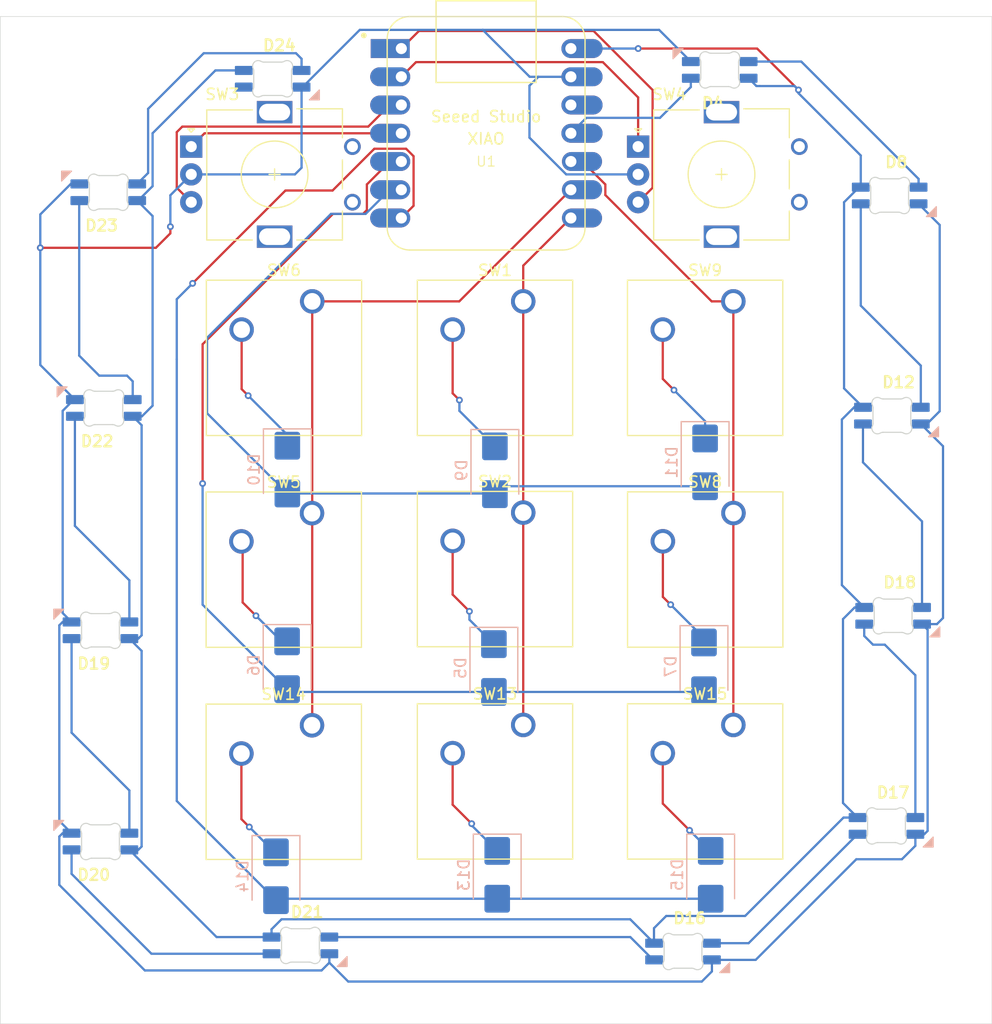
<source format=kicad_pcb>
(kicad_pcb (version 20241229) (generator "pcbnew") (generator_version "9.0")
  (layers (0 "F.Cu" signal) (2 "B.Cu" signal) (13 "F.Paste" user) (15 "B.Paste" user) (5 "F.SilkS" user "F.Silkscreen") (7 "B.SilkS" user "B.Silkscreen") (1 "F.Mask" user) (3 "B.Mask" user) (25 "Edge.Cuts" user))
  (net 0 "")
  (net 1 "Net-(U1-GPIO28{slash}ADC2{slash}A2)")
  (net 2 "Net-(D5-A)")
  (net 3 "Net-(D5-K)")
  (net 4 "Net-(D6-K)")
  (net 5 "Net-(D7-K)")
  (net 6 "Net-(U1-GPIO29{slash}ADC3{slash}A3)")
  (net 7 "Net-(D10-A)")
  (net 8 "Net-(D9-K)")
  (net 9 "Net-(D10-K)")
  (net 10 "Net-(D11-K)")
  (net 11 "Net-(U1-GPIO27{slash}ADC1{slash}A1)")
  (net 12 "Net-(D13-A)")
  (net 13 "Net-(D13-K)")
  (net 14 "Net-(D14-K)")
  (net 15 "Net-(D15-K)")
  (net 16 "Net-(U1-GPIO26{slash}ADC0{slash}A0)")
  (net 17 "Net-(U1-GPIO2{slash}SCK)")
  (net 18 "+5V")
  (net 19 "GND")
  (net 20 "Net-(U1-GPIO4{slash}MISO)")
  (net 21 "Net-(D4-DOUT)")
  (net 22 "Net-(D4-DIN)")
  (net 23 "Net-(U1-GPIO1{slash}RX)")
  (net 24 "Net-(D12-DIN)")
  (net 25 "Net-(D12-DOUT)")
  (net 26 "Net-(D16-DOUT)")
  (net 27 "Net-(D16-DIN)")
  (net 28 "Net-(D17-DIN)")
  (net 29 "Net-(D19-DIN)")
  (net 30 "Net-(D19-DOUT)")
  (net 31 "Net-(D20-DIN)")
  (net 32 "Net-(D22-DOUT)")
  (net 33 "Net-(D23-DOUT)")
  (footprint "LIB-PRETTY:SK6812MINI-E_fixed" (layer "F.Cu") (at 177.912501 96.702842)
    (property "Reference" "D17")
    (property "Value" "SK6812MINI-E")
    (fp_line (start -1.699998 0.6) (end -1.699998 -0.805684) (stroke (width 0.1)) (layer "Edge.Cuts"))
    (fp_line (start -0.794451 -1.602841) (end 0.794454 -1.602841) (stroke (width 0.1)) (layer "Edge.Cuts"))
    (fp_line (start 0.794453 1.397158) (end -0.794451 1.397158) (stroke (width 0.1)) (layer "Edge.Cuts"))
    (fp_line (start 1.7 -0.805684) (end 1.7 0.6) (stroke (width 0.1)) (layer "Edge.Cuts"))
    (fp_arc (start -1.749483 -1.022562) (mid -1.712526 -0.91691) (end -1.699998 -0.805684) (stroke (width 0.1)) (layer "Edge.Cuts"))
    (fp_arc (start -1.749483 -1.022562) (mid -1.63807 -1.606877) (end -1.04671 -1.671141) (stroke (width 0.1)) (layer "Edge.Cuts"))
    (fp_arc (start -1.699998 0.600001) (mid -1.712526 0.711226) (end -1.749483 0.816878) (stroke (width 0.1)) (layer "Edge.Cuts"))
    (fp_arc (start -1.04671 1.465455) (mid -1.638069 1.401192) (end -1.749483 0.816878) (stroke (width 0.1)) (layer "Edge.Cuts"))
    (fp_arc (start -1.046709 1.465457) (mid -0.925121 1.414535) (end -0.794451 1.397158) (stroke (width 0.1)) (layer "Edge.Cuts"))
    (fp_arc (start -0.794452 -1.602842) (mid -0.925122 -1.620219) (end -1.04671 -1.671141) (stroke (width 0.1)) (layer "Edge.Cuts"))
    (fp_arc (start 0.794453 1.397158) (mid 0.925124 1.414535) (end 1.046712 1.465457) (stroke (width 0.1)) (layer "Edge.Cuts"))
    (fp_arc (start 1.046712 -1.67114) (mid 0.925124 -1.620218) (end 0.794454 -1.602841) (stroke (width 0.1)) (layer "Edge.Cuts"))
    (fp_arc (start 1.046712 -1.67114) (mid 1.638071 -1.606876) (end 1.749485 -1.022562) (stroke (width 0.1)) (layer "Edge.Cuts"))
    (fp_arc (start 1.7 -0.805685) (mid 1.712523 -0.916913) (end 1.749485 -1.022562) (stroke (width 0.1)) (layer "Edge.Cuts"))
    (fp_arc (start 1.749485 0.816877) (mid 1.638074 1.401197) (end 1.046712 1.465457) (stroke (width 0.1)) (layer "Edge.Cuts"))
    (fp_arc (start 1.749485 0.816878) (mid 1.712528 0.711226) (end 1.7 0.6) (stroke (width 0.1)) (layer "Edge.Cuts"))
  )
  (footprint "LIB-PRETTY:SK6812MINI-E_fixed" (layer "F.Cu") (at 122.7 29.5)
    (property "Reference" "D24")
    (property "Value" "SK6812MINI-E")
    (fp_line (start -1.699998 0.6) (end -1.699998 -0.805684) (stroke (width 0.1)) (layer "Edge.Cuts"))
    (fp_line (start -0.794451 -1.602841) (end 0.794454 -1.602841) (stroke (width 0.1)) (layer "Edge.Cuts"))
    (fp_line (start 0.794453 1.397158) (end -0.794451 1.397158) (stroke (width 0.1)) (layer "Edge.Cuts"))
    (fp_line (start 1.7 -0.805684) (end 1.7 0.6) (stroke (width 0.1)) (layer "Edge.Cuts"))
    (fp_arc (start -1.749483 -1.022562) (mid -1.712526 -0.91691) (end -1.699998 -0.805684) (stroke (width 0.1)) (layer "Edge.Cuts"))
    (fp_arc (start -1.749483 -1.022562) (mid -1.63807 -1.606877) (end -1.04671 -1.671141) (stroke (width 0.1)) (layer "Edge.Cuts"))
    (fp_arc (start -1.699998 0.600001) (mid -1.712526 0.711226) (end -1.749483 0.816878) (stroke (width 0.1)) (layer "Edge.Cuts"))
    (fp_arc (start -1.04671 1.465455) (mid -1.638069 1.401192) (end -1.749483 0.816878) (stroke (width 0.1)) (layer "Edge.Cuts"))
    (fp_arc (start -1.046709 1.465457) (mid -0.925121 1.414535) (end -0.794451 1.397158) (stroke (width 0.1)) (layer "Edge.Cuts"))
    (fp_arc (start -0.794452 -1.602842) (mid -0.925122 -1.620219) (end -1.04671 -1.671141) (stroke (width 0.1)) (layer "Edge.Cuts"))
    (fp_arc (start 0.794453 1.397158) (mid 0.925124 1.414535) (end 1.046712 1.465457) (stroke (width 0.1)) (layer "Edge.Cuts"))
    (fp_arc (start 1.046712 -1.67114) (mid 0.925124 -1.620218) (end 0.794454 -1.602841) (stroke (width 0.1)) (layer "Edge.Cuts"))
    (fp_arc (start 1.046712 -1.67114) (mid 1.638071 -1.606876) (end 1.749485 -1.022562) (stroke (width 0.1)) (layer "Edge.Cuts"))
    (fp_arc (start 1.7 -0.805685) (mid 1.712523 -0.916913) (end 1.749485 -1.022562) (stroke (width 0.1)) (layer "Edge.Cuts"))
    (fp_arc (start 1.749485 0.816877) (mid 1.638074 1.401197) (end 1.046712 1.465457) (stroke (width 0.1)) (layer "Edge.Cuts"))
    (fp_arc (start 1.749485 0.816878) (mid 1.712528 0.711226) (end 1.7 0.6) (stroke (width 0.1)) (layer "Edge.Cuts"))
  )
  (footprint "Button_Switch_Keyboard:SW_Cherry_MX_1.00u_PCB" (layer "F.Cu") (at 126.24 68.47)
    (property "Reference" "SW5")
    (property "Value" "SW_Push")
  )
  (footprint "Button_Switch_Keyboard:SW_Cherry_MX_1.00u_PCB" (layer "F.Cu") (at 164.14 49.42)
    (property "Reference" "SW9")
    (property "Value" "SW_Push")
  )
  (footprint "Button_Switch_Keyboard:SW_Cherry_MX_1.00u_PCB" (layer "F.Cu") (at 126.26 49.42)
    (property "Reference" "SW6")
    (property "Value" "SW_Push")
  )
  (footprint "Button_Switch_Keyboard:SW_Cherry_MX_1.00u_PCB" (layer "F.Cu") (at 145.24 68.42)
    (property "Reference" "SW2")
    (property "Value" "SW_Push")
  )
  (footprint "LIB-PRETTY:SK6812MINI-E_fixed" (layer "F.Cu") (at 178.512501 77.802842)
    (property "Reference" "D18")
    (property "Value" "SK6812MINI-E")
    (fp_line (start -1.699998 0.6) (end -1.699998 -0.805684) (stroke (width 0.1)) (layer "Edge.Cuts"))
    (fp_line (start -0.794451 -1.602841) (end 0.794454 -1.602841) (stroke (width 0.1)) (layer "Edge.Cuts"))
    (fp_line (start 0.794453 1.397158) (end -0.794451 1.397158) (stroke (width 0.1)) (layer "Edge.Cuts"))
    (fp_line (start 1.7 -0.805684) (end 1.7 0.6) (stroke (width 0.1)) (layer "Edge.Cuts"))
    (fp_arc (start -1.749483 -1.022562) (mid -1.712526 -0.91691) (end -1.699998 -0.805684) (stroke (width 0.1)) (layer "Edge.Cuts"))
    (fp_arc (start -1.749483 -1.022562) (mid -1.63807 -1.606877) (end -1.04671 -1.671141) (stroke (width 0.1)) (layer "Edge.Cuts"))
    (fp_arc (start -1.699998 0.600001) (mid -1.712526 0.711226) (end -1.749483 0.816878) (stroke (width 0.1)) (layer "Edge.Cuts"))
    (fp_arc (start -1.04671 1.465455) (mid -1.638069 1.401192) (end -1.749483 0.816878) (stroke (width 0.1)) (layer "Edge.Cuts"))
    (fp_arc (start -1.046709 1.465457) (mid -0.925121 1.414535) (end -0.794451 1.397158) (stroke (width 0.1)) (layer "Edge.Cuts"))
    (fp_arc (start -0.794452 -1.602842) (mid -0.925122 -1.620219) (end -1.04671 -1.671141) (stroke (width 0.1)) (layer "Edge.Cuts"))
    (fp_arc (start 0.794453 1.397158) (mid 0.925124 1.414535) (end 1.046712 1.465457) (stroke (width 0.1)) (layer "Edge.Cuts"))
    (fp_arc (start 1.046712 -1.67114) (mid 0.925124 -1.620218) (end 0.794454 -1.602841) (stroke (width 0.1)) (layer "Edge.Cuts"))
    (fp_arc (start 1.046712 -1.67114) (mid 1.638071 -1.606876) (end 1.749485 -1.022562) (stroke (width 0.1)) (layer "Edge.Cuts"))
    (fp_arc (start 1.7 -0.805685) (mid 1.712523 -0.916913) (end 1.749485 -1.022562) (stroke (width 0.1)) (layer "Edge.Cuts"))
    (fp_arc (start 1.749485 0.816877) (mid 1.638074 1.401197) (end 1.046712 1.465457) (stroke (width 0.1)) (layer "Edge.Cuts"))
    (fp_arc (start 1.749485 0.816878) (mid 1.712528 0.711226) (end 1.7 0.6) (stroke (width 0.1)) (layer "Edge.Cuts"))
  )
  (footprint "LIB-PRETTY:SK6812MINI-E_fixed" (layer "F.Cu") (at 107.212501 97.902842 180)
    (property "Reference" "D20")
    (property "Value" "SK6812MINI-E")
    (fp_line (start 1.7 -0.805684) (end 1.7 0.6) (stroke (width 0.1)) (layer "Edge.Cuts"))
    (fp_line (start 0.794453 1.397158) (end -0.794451 1.397158) (stroke (width 0.1)) (layer "Edge.Cuts"))
    (fp_line (start -0.794451 -1.602841) (end 0.794454 -1.602841) (stroke (width 0.1)) (layer "Edge.Cuts"))
    (fp_line (start -1.699998 0.6) (end -1.699998 -0.805684) (stroke (width 0.1)) (layer "Edge.Cuts"))
    (fp_arc (start 1.749485 0.816878) (mid 1.712528 0.711226) (end 1.7 0.6) (stroke (width 0.1)) (layer "Edge.Cuts"))
    (fp_arc (start 1.749485 0.816877) (mid 1.638074 1.401197) (end 1.046712 1.465457) (stroke (width 0.1)) (layer "Edge.Cuts"))
    (fp_arc (start 1.7 -0.805685) (mid 1.712523 -0.916913) (end 1.749485 -1.022562) (stroke (width 0.1)) (layer "Edge.Cuts"))
    (fp_arc (start 1.046712 -1.67114) (mid 1.638071 -1.606876) (end 1.749485 -1.022562) (stroke (width 0.1)) (layer "Edge.Cuts"))
    (fp_arc (start 1.046712 -1.67114) (mid 0.925124 -1.620218) (end 0.794454 -1.602841) (stroke (width 0.1)) (layer "Edge.Cuts"))
    (fp_arc (start 0.794453 1.397158) (mid 0.925124 1.414535) (end 1.046712 1.465457) (stroke (width 0.1)) (layer "Edge.Cuts"))
    (fp_arc (start -0.794452 -1.602842) (mid -0.925122 -1.620219) (end -1.04671 -1.671141) (stroke (width 0.1)) (layer "Edge.Cuts"))
    (fp_arc (start -1.046709 1.465457) (mid -0.925121 1.414535) (end -0.794451 1.397158) (stroke (width 0.1)) (layer "Edge.Cuts"))
    (fp_arc (start -1.04671 1.465455) (mid -1.638069 1.401192) (end -1.749483 0.816878) (stroke (width 0.1)) (layer "Edge.Cuts"))
    (fp_arc (start -1.699998 0.600001) (mid -1.712526 0.711226) (end -1.749483 0.816878) (stroke (width 0.1)) (layer "Edge.Cuts"))
    (fp_arc (start -1.749483 -1.022562) (mid -1.63807 -1.606877) (end -1.04671 -1.671141) (stroke (width 0.1)) (layer "Edge.Cuts"))
    (fp_arc (start -1.749483 -1.022562) (mid -1.712526 -0.91691) (end -1.699998 -0.805684) (stroke (width 0.1)) (layer "Edge.Cuts"))
  )
  (footprint "Rotary_Encoder:RotaryEncoder_Alps_EC11E_Vertical_H20mm" (layer "F.Cu") (at 155.575 35.5)
    (property "Reference" "SW4")
    (property "Value" "RotaryEncoder")
  )
  (footprint "Button_Switch_Keyboard:SW_Cherry_MX_1.00u_PCB" (layer "F.Cu") (at 145.24 87.52)
    (property "Reference" "SW13")
    (property "Value" "SW_Push")
  )
  (footprint "Button_Switch_Keyboard:SW_Cherry_MX_1.00u_PCB" (layer "F.Cu") (at 145.24 49.42)
    (property "Reference" "SW1")
    (property "Value" "SW_Push")
  )
  (footprint "LIB-PRETTY:SK6812MINI-E_fixed" (layer "F.Cu") (at 178.2 40)
    (property "Reference" "D8")
    (property "Value" "SK6812MINI-E")
    (fp_line (start -1.699998 0.6) (end -1.699998 -0.805684) (stroke (width 0.1)) (layer "Edge.Cuts"))
    (fp_line (start -0.794451 -1.602841) (end 0.794454 -1.602841) (stroke (width 0.1)) (layer "Edge.Cuts"))
    (fp_line (start 0.794453 1.397158) (end -0.794451 1.397158) (stroke (width 0.1)) (layer "Edge.Cuts"))
    (fp_line (start 1.7 -0.805684) (end 1.7 0.6) (stroke (width 0.1)) (layer "Edge.Cuts"))
    (fp_arc (start -1.749483 -1.022562) (mid -1.712526 -0.91691) (end -1.699998 -0.805684) (stroke (width 0.1)) (layer "Edge.Cuts"))
    (fp_arc (start -1.749483 -1.022562) (mid -1.63807 -1.606877) (end -1.04671 -1.671141) (stroke (width 0.1)) (layer "Edge.Cuts"))
    (fp_arc (start -1.699998 0.600001) (mid -1.712526 0.711226) (end -1.749483 0.816878) (stroke (width 0.1)) (layer "Edge.Cuts"))
    (fp_arc (start -1.04671 1.465455) (mid -1.638069 1.401192) (end -1.749483 0.816878) (stroke (width 0.1)) (layer "Edge.Cuts"))
    (fp_arc (start -1.046709 1.465457) (mid -0.925121 1.414535) (end -0.794451 1.397158) (stroke (width 0.1)) (layer "Edge.Cuts"))
    (fp_arc (start -0.794452 -1.602842) (mid -0.925122 -1.620219) (end -1.04671 -1.671141) (stroke (width 0.1)) (layer "Edge.Cuts"))
    (fp_arc (start 0.794453 1.397158) (mid 0.925124 1.414535) (end 1.046712 1.465457) (stroke (width 0.1)) (layer "Edge.Cuts"))
    (fp_arc (start 1.046712 -1.67114) (mid 0.925124 -1.620218) (end 0.794454 -1.602841) (stroke (width 0.1)) (layer "Edge.Cuts"))
    (fp_arc (start 1.046712 -1.67114) (mid 1.638071 -1.606876) (end 1.749485 -1.022562) (stroke (width 0.1)) (layer "Edge.Cuts"))
    (fp_arc (start 1.7 -0.805685) (mid 1.712523 -0.916913) (end 1.749485 -1.022562) (stroke (width 0.1)) (layer "Edge.Cuts"))
    (fp_arc (start 1.749485 0.816877) (mid 1.638074 1.401197) (end 1.046712 1.465457) (stroke (width 0.1)) (layer "Edge.Cuts"))
    (fp_arc (start 1.749485 0.816878) (mid 1.712528 0.711226) (end 1.7 0.6) (stroke (width 0.1)) (layer "Edge.Cuts"))
  )
  (footprint "LIB-PRETTY:SK6812MINI-E_fixed" (layer "F.Cu") (at 159.612501 108.002842)
    (property "Reference" "D16")
    (property "Value" "SK6812MINI-E")
    (fp_line (start -1.699998 0.6) (end -1.699998 -0.805684) (stroke (width 0.1)) (layer "Edge.Cuts"))
    (fp_line (start -0.794451 -1.602841) (end 0.794454 -1.602841) (stroke (width 0.1)) (layer "Edge.Cuts"))
    (fp_line (start 0.794453 1.397158) (end -0.794451 1.397158) (stroke (width 0.1)) (layer "Edge.Cuts"))
    (fp_line (start 1.7 -0.805684) (end 1.7 0.6) (stroke (width 0.1)) (layer "Edge.Cuts"))
    (fp_arc (start -1.749483 -1.022562) (mid -1.712526 -0.91691) (end -1.699998 -0.805684) (stroke (width 0.1)) (layer "Edge.Cuts"))
    (fp_arc (start -1.749483 -1.022562) (mid -1.63807 -1.606877) (end -1.04671 -1.671141) (stroke (width 0.1)) (layer "Edge.Cuts"))
    (fp_arc (start -1.699998 0.600001) (mid -1.712526 0.711226) (end -1.749483 0.816878) (stroke (width 0.1)) (layer "Edge.Cuts"))
    (fp_arc (start -1.04671 1.465455) (mid -1.638069 1.401192) (end -1.749483 0.816878) (stroke (width 0.1)) (layer "Edge.Cuts"))
    (fp_arc (start -1.046709 1.465457) (mid -0.925121 1.414535) (end -0.794451 1.397158) (stroke (width 0.1)) (layer "Edge.Cuts"))
    (fp_arc (start -0.794452 -1.602842) (mid -0.925122 -1.620219) (end -1.04671 -1.671141) (stroke (width 0.1)) (layer "Edge.Cuts"))
    (fp_arc (start 0.794453 1.397158) (mid 0.925124 1.414535) (end 1.046712 1.465457) (stroke (width 0.1)) (layer "Edge.Cuts"))
    (fp_arc (start 1.046712 -1.67114) (mid 0.925124 -1.620218) (end 0.794454 -1.602841) (stroke (width 0.1)) (layer "Edge.Cuts"))
    (fp_arc (start 1.046712 -1.67114) (mid 1.638071 -1.606876) (end 1.749485 -1.022562) (stroke (width 0.1)) (layer "Edge.Cuts"))
    (fp_arc (start 1.7 -0.805685) (mid 1.712523 -0.916913) (end 1.749485 -1.022562) (stroke (width 0.1)) (layer "Edge.Cuts"))
    (fp_arc (start 1.749485 0.816877) (mid 1.638074 1.401197) (end 1.046712 1.465457) (stroke (width 0.1)) (layer "Edge.Cuts"))
    (fp_arc (start 1.749485 0.816878) (mid 1.712528 0.711226) (end 1.7 0.6) (stroke (width 0.1)) (layer "Edge.Cuts"))
  )
  (footprint "LIB-PRETTY:SK6812MINI-E_fixed" (layer "F.Cu") (at 107.212501 78.902842 180)
    (property "Reference" "D19")
    (property "Value" "SK6812MINI-E")
    (fp_line (start 1.7 -0.805684) (end 1.7 0.6) (stroke (width 0.1)) (layer "Edge.Cuts"))
    (fp_line (start 0.794453 1.397158) (end -0.794451 1.397158) (stroke (width 0.1)) (layer "Edge.Cuts"))
    (fp_line (start -0.794451 -1.602841) (end 0.794454 -1.602841) (stroke (width 0.1)) (layer "Edge.Cuts"))
    (fp_line (start -1.699998 0.6) (end -1.699998 -0.805684) (stroke (width 0.1)) (layer "Edge.Cuts"))
    (fp_arc (start 1.749485 0.816878) (mid 1.712528 0.711226) (end 1.7 0.6) (stroke (width 0.1)) (layer "Edge.Cuts"))
    (fp_arc (start 1.749485 0.816877) (mid 1.638074 1.401197) (end 1.046712 1.465457) (stroke (width 0.1)) (layer "Edge.Cuts"))
    (fp_arc (start 1.7 -0.805685) (mid 1.712523 -0.916913) (end 1.749485 -1.022562) (stroke (width 0.1)) (layer "Edge.Cuts"))
    (fp_arc (start 1.046712 -1.67114) (mid 1.638071 -1.606876) (end 1.749485 -1.022562) (stroke (width 0.1)) (layer "Edge.Cuts"))
    (fp_arc (start 1.046712 -1.67114) (mid 0.925124 -1.620218) (end 0.794454 -1.602841) (stroke (width 0.1)) (layer "Edge.Cuts"))
    (fp_arc (start 0.794453 1.397158) (mid 0.925124 1.414535) (end 1.046712 1.465457) (stroke (width 0.1)) (layer "Edge.Cuts"))
    (fp_arc (start -0.794452 -1.602842) (mid -0.925122 -1.620219) (end -1.04671 -1.671141) (stroke (width 0.1)) (layer "Edge.Cuts"))
    (fp_arc (start -1.046709 1.465457) (mid -0.925121 1.414535) (end -0.794451 1.397158) (stroke (width 0.1)) (layer "Edge.Cuts"))
    (fp_arc (start -1.04671 1.465455) (mid -1.638069 1.401192) (end -1.749483 0.816878) (stroke (width 0.1)) (layer "Edge.Cuts"))
    (fp_arc (start -1.699998 0.600001) (mid -1.712526 0.711226) (end -1.749483 0.816878) (stroke (width 0.1)) (layer "Edge.Cuts"))
    (fp_arc (start -1.749483 -1.022562) (mid -1.63807 -1.606877) (end -1.04671 -1.671141) (stroke (width 0.1)) (layer "Edge.Cuts"))
    (fp_arc (start -1.749483 -1.022562) (mid -1.712526 -0.91691) (end -1.699998 -0.805684) (stroke (width 0.1)) (layer "Edge.Cuts"))
  )
  (footprint "Button_Switch_Keyboard:SW_Cherry_MX_1.00u_PCB" (layer "F.Cu") (at 164.14 87.52)
    (property "Reference" "SW15")
    (property "Value" "SW_Push")
  )
  (footprint "Button_Switch_Keyboard:SW_Cherry_MX_1.00u_PCB" (layer "F.Cu") (at 126.24 87.55)
    (property "Reference" "SW14")
    (property "Value" "SW_Push")
  )
  (footprint "Button_Switch_Keyboard:SW_Cherry_MX_1.00u_PCB" (layer "F.Cu") (at 164.15 68.46)
    (property "Reference" "SW8")
    (property "Value" "SW_Push")
  )
  (footprint "LIB-PRETTY:SK6812MINI-E_fixed" (layer "F.Cu") (at 162.912501 28.497158 180)
    (property "Reference" "D4")
    (property "Value" "SK6812MINI-E")
    (fp_line (start 1.7 -0.805684) (end 1.7 0.6) (stroke (width 0.1)) (layer "Edge.Cuts"))
    (fp_line (start 0.794453 1.397158) (end -0.794451 1.397158) (stroke (width 0.1)) (layer "Edge.Cuts"))
    (fp_line (start -0.794451 -1.602841) (end 0.794454 -1.602841) (stroke (width 0.1)) (layer "Edge.Cuts"))
    (fp_line (start -1.699998 0.6) (end -1.699998 -0.805684) (stroke (width 0.1)) (layer "Edge.Cuts"))
    (fp_arc (start 1.749485 0.816878) (mid 1.712528 0.711226) (end 1.7 0.6) (stroke (width 0.1)) (layer "Edge.Cuts"))
    (fp_arc (start 1.749485 0.816877) (mid 1.638074 1.401197) (end 1.046712 1.465457) (stroke (width 0.1)) (layer "Edge.Cuts"))
    (fp_arc (start 1.7 -0.805685) (mid 1.712523 -0.916913) (end 1.749485 -1.022562) (stroke (width 0.1)) (layer "Edge.Cuts"))
    (fp_arc (start 1.046712 -1.67114) (mid 1.638071 -1.606876) (end 1.749485 -1.022562) (stroke (width 0.1)) (layer "Edge.Cuts"))
    (fp_arc (start 1.046712 -1.67114) (mid 0.925124 -1.620218) (end 0.794454 -1.602841) (stroke (width 0.1)) (layer "Edge.Cuts"))
    (fp_arc (start 0.794453 1.397158) (mid 0.925124 1.414535) (end 1.046712 1.465457) (stroke (width 0.1)) (layer "Edge.Cuts"))
    (fp_arc (start -0.794452 -1.602842) (mid -0.925122 -1.620219) (end -1.04671 -1.671141) (stroke (width 0.1)) (layer "Edge.Cuts"))
    (fp_arc (start -1.046709 1.465457) (mid -0.925121 1.414535) (end -0.794451 1.397158) (stroke (width 0.1)) (layer "Edge.Cuts"))
    (fp_arc (start -1.04671 1.465455) (mid -1.638069 1.401192) (end -1.749483 0.816878) (stroke (width 0.1)) (layer "Edge.Cuts"))
    (fp_arc (start -1.699998 0.600001) (mid -1.712526 0.711226) (end -1.749483 0.816878) (stroke (width 0.1)) (layer "Edge.Cuts"))
    (fp_arc (start -1.749483 -1.022562) (mid -1.63807 -1.606877) (end -1.04671 -1.671141) (stroke (width 0.1)) (layer "Edge.Cuts"))
    (fp_arc (start -1.749483 -1.022562) (mid -1.712526 -0.91691) (end -1.699998 -0.805684) (stroke (width 0.1)) (layer "Edge.Cuts"))
  )
  (footprint "LIB-PRETTY:SK6812MINI-E_fixed" (layer "F.Cu") (at 107.512501 58.902842 180)
    (property "Reference" "D22")
    (property "Value" "SK6812MINI-E")
    (fp_line (start 1.7 -0.805684) (end 1.7 0.6) (stroke (width 0.1)) (layer "Edge.Cuts"))
    (fp_line (start 0.794453 1.397158) (end -0.794451 1.397158) (stroke (width 0.1)) (layer "Edge.Cuts"))
    (fp_line (start -0.794451 -1.602841) (end 0.794454 -1.602841) (stroke (width 0.1)) (layer "Edge.Cuts"))
    (fp_line (start -1.699998 0.6) (end -1.699998 -0.805684) (stroke (width 0.1)) (layer "Edge.Cuts"))
    (fp_arc (start 1.749485 0.816878) (mid 1.712528 0.711226) (end 1.7 0.6) (stroke (width 0.1)) (layer "Edge.Cuts"))
    (fp_arc (start 1.749485 0.816877) (mid 1.638074 1.401197) (end 1.046712 1.465457) (stroke (width 0.1)) (layer "Edge.Cuts"))
    (fp_arc (start 1.7 -0.805685) (mid 1.712523 -0.916913) (end 1.749485 -1.022562) (stroke (width 0.1)) (layer "Edge.Cuts"))
    (fp_arc (start 1.046712 -1.67114) (mid 1.638071 -1.606876) (end 1.749485 -1.022562) (stroke (width 0.1)) (layer "Edge.Cuts"))
    (fp_arc (start 1.046712 -1.67114) (mid 0.925124 -1.620218) (end 0.794454 -1.602841) (stroke (width 0.1)) (layer "Edge.Cuts"))
    (fp_arc (start 0.794453 1.397158) (mid 0.925124 1.414535) (end 1.046712 1.465457) (stroke (width 0.1)) (layer "Edge.Cuts"))
    (fp_arc (start -0.794452 -1.602842) (mid -0.925122 -1.620219) (end -1.04671 -1.671141) (stroke (width 0.1)) (layer "Edge.Cuts"))
    (fp_arc (start -1.046709 1.465457) (mid -0.925121 1.414535) (end -0.794451 1.397158) (stroke (width 0.1)) (layer "Edge.Cuts"))
    (fp_arc (start -1.04671 1.465455) (mid -1.638069 1.401192) (end -1.749483 0.816878) (stroke (width 0.1)) (layer "Edge.Cuts"))
    (fp_arc (start -1.699998 0.600001) (mid -1.712526 0.711226) (end -1.749483 0.816878) (stroke (width 0.1)) (layer "Edge.Cuts"))
    (fp_arc (start -1.749483 -1.022562) (mid -1.63807 -1.606877) (end -1.04671 -1.671141) (stroke (width 0.1)) (layer "Edge.Cuts"))
    (fp_arc (start -1.749483 -1.022562) (mid -1.712526 -0.91691) (end -1.699998 -0.805684) (stroke (width 0.1)) (layer "Edge.Cuts"))
  )
  (footprint "LIB-PRETTY:SK6812MINI-E_fixed" (layer "F.Cu") (at 178.4 59.8)
    (property "Reference" "D12")
    (property "Value" "SK6812MINI-E")
    (fp_line (start -1.699998 0.6) (end -1.699998 -0.805684) (stroke (width 0.1)) (layer "Edge.Cuts"))
    (fp_line (start -0.794451 -1.602841) (end 0.794454 -1.602841) (stroke (width 0.1)) (layer "Edge.Cuts"))
    (fp_line (start 0.794453 1.397158) (end -0.794451 1.397158) (stroke (width 0.1)) (layer "Edge.Cuts"))
    (fp_line (start 1.7 -0.805684) (end 1.7 0.6) (stroke (width 0.1)) (layer "Edge.Cuts"))
    (fp_arc (start -1.749483 -1.022562) (mid -1.712526 -0.91691) (end -1.699998 -0.805684) (stroke (width 0.1)) (layer "Edge.Cuts"))
    (fp_arc (start -1.749483 -1.022562) (mid -1.63807 -1.606877) (end -1.04671 -1.671141) (stroke (width 0.1)) (layer "Edge.Cuts"))
    (fp_arc (start -1.699998 0.600001) (mid -1.712526 0.711226) (end -1.749483 0.816878) (stroke (width 0.1)) (layer "Edge.Cuts"))
    (fp_arc (start -1.04671 1.465455) (mid -1.638069 1.401192) (end -1.749483 0.816878) (stroke (width 0.1)) (layer "Edge.Cuts"))
    (fp_arc (start -1.046709 1.465457) (mid -0.925121 1.414535) (end -0.794451 1.397158) (stroke (width 0.1)) (layer "Edge.Cuts"))
    (fp_arc (start -0.794452 -1.602842) (mid -0.925122 -1.620219) (end -1.04671 -1.671141) (stroke (width 0.1)) (layer "Edge.Cuts"))
    (fp_arc (start 0.794453 1.397158) (mid 0.925124 1.414535) (end 1.046712 1.465457) (stroke (width 0.1)) (layer "Edge.Cuts"))
    (fp_arc (start 1.046712 -1.67114) (mid 0.925124 -1.620218) (end 0.794454 -1.602841) (stroke (width 0.1)) (layer "Edge.Cuts"))
    (fp_arc (start 1.046712 -1.67114) (mid 1.638071 -1.606876) (end 1.749485 -1.022562) (stroke (width 0.1)) (layer "Edge.Cuts"))
    (fp_arc (start 1.7 -0.805685) (mid 1.712523 -0.916913) (end 1.749485 -1.022562) (stroke (width 0.1)) (layer "Edge.Cuts"))
    (fp_arc (start 1.749485 0.816877) (mid 1.638074 1.401197) (end 1.046712 1.465457) (stroke (width 0.1)) (layer "Edge.Cuts"))
    (fp_arc (start 1.749485 0.816878) (mid 1.712528 0.711226) (end 1.7 0.6) (stroke (width 0.1)) (layer "Edge.Cuts"))
  )
  (footprint "LIB-PRETTY:XIAO-Generic-Hybrid-14P-2.54-21X17.8MM" (layer "F.Cu") (at 141.9 34.3)
    (property "Reference" "U1")
    (property "Value" "XIAO-RP2040-DIP" (hide yes))
  )
  (footprint "Rotary_Encoder:RotaryEncoder_Alps_EC11E_Vertical_H20mm" (layer "F.Cu") (at 115.375 35.5)
    (property "Reference" "SW3")
    (property "Value" "RotaryEncoder")
  )
  (footprint "LIB-PRETTY:SK6812MINI-E_fixed" (layer "F.Cu") (at 125.200001 107.452842)
    (property "Reference" "D21")
    (property "Value" "SK6812MINI-E")
    (fp_line (start -1.699998 0.6) (end -1.699998 -0.805684) (stroke (width 0.1)) (layer "Edge.Cuts"))
    (fp_line (start -0.794451 -1.602841) (end 0.794454 -1.602841) (stroke (width 0.1)) (layer "Edge.Cuts"))
    (fp_line (start 0.794453 1.397158) (end -0.794451 1.397158) (stroke (width 0.1)) (layer "Edge.Cuts"))
    (fp_line (start 1.7 -0.805684) (end 1.7 0.6) (stroke (width 0.1)) (layer "Edge.Cuts"))
    (fp_arc (start -1.749483 -1.022562) (mid -1.712526 -0.91691) (end -1.699998 -0.805684) (stroke (width 0.1)) (layer "Edge.Cuts"))
    (fp_arc (start -1.749483 -1.022562) (mid -1.63807 -1.606877) (end -1.04671 -1.671141) (stroke (width 0.1)) (layer "Edge.Cuts"))
    (fp_arc (start -1.699998 0.600001) (mid -1.712526 0.711226) (end -1.749483 0.816878) (stroke (width 0.1)) (layer "Edge.Cuts"))
    (fp_arc (start -1.04671 1.465455) (mid -1.638069 1.401192) (end -1.749483 0.816878) (stroke (width 0.1)) (layer "Edge.Cuts"))
    (fp_arc (start -1.046709 1.465457) (mid -0.925121 1.414535) (end -0.794451 1.397158) (stroke (width 0.1)) (layer "Edge.Cuts"))
    (fp_arc (start -0.794452 -1.602842) (mid -0.925122 -1.620219) (end -1.04671 -1.671141) (stroke (width 0.1)) (layer "Edge.Cuts"))
    (fp_arc (start 0.794453 1.397158) (mid 0.925124 1.414535) (end 1.046712 1.465457) (stroke (width 0.1)) (layer "Edge.Cuts"))
    (fp_arc (start 1.046712 -1.67114) (mid 0.925124 -1.620218) (end 0.794454 -1.602841) (stroke (width 0.1)) (layer "Edge.Cuts"))
    (fp_arc (start 1.046712 -1.67114) (mid 1.638071 -1.606876) (end 1.749485 -1.022562) (stroke (width 0.1)) (layer "Edge.Cuts"))
    (fp_arc (start 1.7 -0.805685) (mid 1.712523 -0.916913) (end 1.749485 -1.022562) (stroke (width 0.1)) (layer "Edge.Cuts"))
    (fp_arc (start 1.749485 0.816877) (mid 1.638074 1.401197) (end 1.046712 1.465457) (stroke (width 0.1)) (layer "Edge.Cuts"))
    (fp_arc (start 1.749485 0.816878) (mid 1.712528 0.711226) (end 1.7 0.6) (stroke (width 0.1)) (layer "Edge.Cuts"))
  )
  (footprint "LIB-PRETTY:SK6812MINI-E_fixed" (layer "F.Cu") (at 107.912501 39.502842 180)
    (property "Reference" "D23")
    (property "Value" "SK6812MINI-E")
    (fp_line (start 1.7 -0.805684) (end 1.7 0.6) (stroke (width 0.1)) (layer "Edge.Cuts"))
    (fp_line (start 0.794453 1.397158) (end -0.794451 1.397158) (stroke (width 0.1)) (layer "Edge.Cuts"))
    (fp_line (start -0.794451 -1.602841) (end 0.794454 -1.602841) (stroke (width 0.1)) (layer "Edge.Cuts"))
    (fp_line (start -1.699998 0.6) (end -1.699998 -0.805684) (stroke (width 0.1)) (layer "Edge.Cuts"))
    (fp_arc (start 1.749485 0.816878) (mid 1.712528 0.711226) (end 1.7 0.6) (stroke (width 0.1)) (layer "Edge.Cuts"))
    (fp_arc (start 1.749485 0.816877) (mid 1.638074 1.401197) (end 1.046712 1.465457) (stroke (width 0.1)) (layer "Edge.Cuts"))
    (fp_arc (start 1.7 -0.805685) (mid 1.712523 -0.916913) (end 1.749485 -1.022562) (stroke (width 0.1)) (layer "Edge.Cuts"))
    (fp_arc (start 1.046712 -1.67114) (mid 1.638071 -1.606876) (end 1.749485 -1.022562) (stroke (width 0.1)) (layer "Edge.Cuts"))
    (fp_arc (start 1.046712 -1.67114) (mid 0.925124 -1.620218) (end 0.794454 -1.602841) (stroke (width 0.1)) (layer "Edge.Cuts"))
    (fp_arc (start 0.794453 1.397158) (mid 0.925124 1.414535) (end 1.046712 1.465457) (stroke (width 0.1)) (layer "Edge.Cuts"))
    (fp_arc (start -0.794452 -1.602842) (mid -0.925122 -1.620219) (end -1.04671 -1.671141) (stroke (width 0.1)) (layer "Edge.Cuts"))
    (fp_arc (start -1.046709 1.465457) (mid -0.925121 1.414535) (end -0.794451 1.397158) (stroke (width 0.1)) (layer "Edge.Cuts"))
    (fp_arc (start -1.04671 1.465455) (mid -1.638069 1.401192) (end -1.749483 0.816878) (stroke (width 0.1)) (layer "Edge.Cuts"))
    (fp_arc (start -1.699998 0.600001) (mid -1.712526 0.711226) (end -1.749483 0.816878) (stroke (width 0.1)) (layer "Edge.Cuts"))
    (fp_arc (start -1.749483 -1.022562) (mid -1.63807 -1.606877) (end -1.04671 -1.671141) (stroke (width 0.1)) (layer "Edge.Cuts"))
    (fp_arc (start -1.749483 -1.022562) (mid -1.712526 -0.91691) (end -1.699998 -0.805684) (stroke (width 0.1)) (layer "Edge.Cuts"))
  )
  (footprint "Diode_SMD:D_SMB" (layer "B.Cu") (at 123 101.13 -90)
    (property "Reference" "D14")
    (property "Value" "S2JTR")
  )
  (footprint "Diode_SMD:D_SMB" (layer "B.Cu") (at 161.5 82.25 -90)
    (property "Reference" "D7")
    (property "Value" "S2JTR")
  )
  (footprint "Diode_SMD:D_SMB" (layer "B.Cu") (at 124 82.15 -90)
    (property "Reference" "D6")
    (property "Value" "S2JTR")
  )
  (footprint "Diode_SMD:D_SMB" (layer "B.Cu") (at 142.6 82.4 -90)
    (property "Reference" "D5")
    (property "Value" "S2JTR")
  )
  (footprint "Diode_SMD:D_SMB" (layer "B.Cu") (at 124.02 64.55 -90)
    (property "Reference" "D10")
    (property "Value" "S2JTR")
  )
  (footprint "Diode_SMD:D_SMB" (layer "B.Cu") (at 161.6 63.9 -90)
    (property "Reference" "D11")
    (property "Value" "S2JTR")
  )
  (footprint "Diode_SMD:D_SMB" (layer "B.Cu") (at 162.1 101 -90)
    (property "Reference" "D15")
    (property "Value" "S2JTR")
  )
  (footprint "Diode_SMD:D_SMB" (layer "B.Cu") (at 142.69 64.61 -90)
    (property "Reference" "D9")
    (property "Value" "S2JTR")
  )
  (footprint "Diode_SMD:D_SMB" (layer "B.Cu") (at 142.9 101 -90)
    (property "Reference" "D13")
    (property "Value" "S2JTR")
  )
  (gr_rect (start 98.2 23.8) (end 187.4 114.4) (stroke (width 0.05)) (fill no) (layer "Edge.Cuts"))
  (segment (start 114.572 33.701) (end 131.29624 33.701) (width 0.2) (layer "F.Cu") (net 1))
  (segment (start 133.23724 31.76) (end 134.275 31.76) (width 0.2) (layer "F.Cu") (net 1))
  (segment (start 115.375 40.5) (end 114.074 39.199) (width 0.2) (layer "F.Cu") (net 1))
  (segment (start 131.29624 33.701) (end 133.23724 31.76) (width 0.2) (layer "F.Cu") (net 1))
  (segment (start 114.074 34.199) (end 114.572 33.701) (width 0.2) (layer "F.Cu") (net 1))
  (segment (start 114.074 39.199) (end 114.074 34.199) (width 0.2) (layer "F.Cu") (net 1))
  (segment (start 131.174 38.90324) (end 133.23724 36.84) (width 0.2) (layer "F.Cu") (net 2))
  (segment (start 116.4 53.277) (end 128.126 41.551) (width 0.2) (layer "F.Cu") (net 2))
  (segment (start 133.23724 36.84) (end 134.275 36.84) (width 0.2) (layer "F.Cu") (net 2))
  (segment (start 116.4 65.8) (end 116.4 53.277) (width 0.2) (layer "F.Cu") (net 2))
  (segment (start 130.82824 41.551) (end 131.174 41.20524) (width 0.2) (layer "F.Cu") (net 2))
  (segment (start 128.126 41.551) (end 130.82824 41.551) (width 0.2) (layer "F.Cu") (net 2))
  (segment (start 131.174 41.20524) (end 131.174 38.90324) (width 0.2) (layer "F.Cu") (net 2))
  (via (at 116.4 65.8) (size 0.6) (drill 0.3) (layers "F.Cu" "B.Cu") (net 2))
  (segment (start 124.25 84.55) (end 124 84.3) (width 0.2) (layer "B.Cu") (net 2))
  (segment (start 142.6 84.55) (end 161.35 84.55) (width 0.2) (layer "B.Cu") (net 2))
  (segment (start 161.35 84.55) (end 161.5 84.4) (width 0.2) (layer "B.Cu") (net 2))
  (segment (start 116.399 65.801) (end 116.4 65.8) (width 0.2) (layer "B.Cu") (net 2))
  (segment (start 124 84.3) (end 116.399 76.699) (width 0.2) (layer "B.Cu") (net 2))
  (segment (start 142.6 84.55) (end 124.25 84.55) (width 0.2) (layer "B.Cu") (net 2))
  (segment (start 116.399 76.699) (end 116.399 65.801) (width 0.2) (layer "B.Cu") (net 2))
  (segment (start 138.89 70.96) (end 138.89 75.79) (width 0.2) (layer "F.Cu") (net 3))
  (segment (start 138.89 75.79) (end 140.4 77.3) (width 0.2) (layer "F.Cu") (net 3))
  (via (at 140.4 77.3) (size 0.6) (drill 0.3) (layers "F.Cu" "B.Cu") (net 3))
  (segment (start 140.4 78.05) (end 142.6 80.25) (width 0.2) (layer "B.Cu") (net 3))
  (segment (start 140.4 77.3) (end 140.4 78.05) (width 0.2) (layer "B.Cu") (net 3))
  (segment (start 120 76.5) (end 121.2 77.7) (width 0.2) (layer "F.Cu") (net 4))
  (segment (start 119.89 71.01) (end 119.89 70.81) (width 0.2) (layer "F.Cu") (net 4))
  (segment (start 119.89 70.81) (end 120 70.7) (width 0.2) (layer "F.Cu") (net 4))
  (segment (start 120 70.7) (end 120 76.5) (width 0.2) (layer "F.Cu") (net 4))
  (via (at 121.2 77.7) (size 0.6) (drill 0.3) (layers "F.Cu" "B.Cu") (net 4))
  (segment (start 123.5 80) (end 124 80) (width 0.2) (layer "B.Cu") (net 4))
  (segment (start 121.2 77.7) (end 123.5 80) (width 0.2) (layer "B.Cu") (net 4))
  (segment (start 157.8 76) (end 158.5 76.7) (width 0.2) (layer "F.Cu") (net 5))
  (segment (start 157.8 71) (end 157.8 76) (width 0.2) (layer "F.Cu") (net 5))
  (via (at 158.5 76.7) (size 0.6) (drill 0.3) (layers "F.Cu" "B.Cu") (net 5))
  (segment (start 161.5 79.7) (end 161.5 80.1) (width 0.2) (layer "B.Cu") (net 5))
  (segment (start 158.5 76.7) (end 161.5 79.7) (width 0.2) (layer "B.Cu") (net 5))
  (segment (start 116.575 34.3) (end 134.275 34.3) (width 0.2) (layer "F.Cu") (net 6))
  (segment (start 115.375 35.5) (end 116.575 34.3) (width 0.2) (layer "F.Cu") (net 6))
  (segment (start 133.23724 39.38) (end 134.275 39.38) (width 0.2) (layer "B.Cu") (net 7))
  (segment (start 124.02 66.7) (end 116.8 59.48) (width 0.2) (layer "B.Cu") (net 7))
  (segment (start 161.6 66.05) (end 143.4 66.05) (width 0.2) (layer "B.Cu") (net 7))
  (segment (start 131.06624 41.551) (end 133.23724 39.38) (width 0.2) (layer "B.Cu") (net 7))
  (segment (start 127.949 41.551) (end 131.06624 41.551) (width 0.2) (layer "B.Cu") (net 7))
  (segment (start 143.4 66.05) (end 142.69 66.76) (width 0.2) (layer "B.Cu") (net 7))
  (segment (start 116.8 52.7) (end 127.949 41.551) (width 0.2) (layer "B.Cu") (net 7))
  (segment (start 142.63 66.7) (end 142.69 66.76) (width 0.2) (layer "B.Cu") (net 7))
  (segment (start 124.02 66.7) (end 142.63 66.7) (width 0.2) (layer "B.Cu") (net 7))
  (segment (start 116.8 59.48) (end 116.8 52.7) (width 0.2) (layer "B.Cu") (net 7))
  (segment (start 138.89 57.69) (end 139.5 58.3) (width 0.2) (layer "F.Cu") (net 8))
  (segment (start 138.89 51.96) (end 138.89 57.69) (width 0.2) (layer "F.Cu") (net 8))
  (via (at 139.5 58.3) (size 0.6) (drill 0.3) (layers "F.Cu" "B.Cu") (net 8))
  (segment (start 139.5 59.27) (end 142.69 62.46) (width 0.2) (layer "B.Cu") (net 8))
  (segment (start 139.5 58.3) (end 139.5 59.27) (width 0.2) (layer "B.Cu") (net 8))
  (segment (start 119.91 57.31) (end 120.5 57.9) (width 0.2) (layer "F.Cu") (net 9))
  (segment (start 119.91 51.96) (end 119.91 57.31) (width 0.2) (layer "F.Cu") (net 9))
  (via (at 120.5 57.9) (size 0.6) (drill 0.3) (layers "F.Cu" "B.Cu") (net 9))
  (segment (start 124.02 61.42) (end 124.02 62.4) (width 0.2) (layer "B.Cu") (net 9))
  (segment (start 120.5 57.9) (end 124.02 61.42) (width 0.2) (layer "B.Cu") (net 9))
  (segment (start 157.79 51.96) (end 157.79 56.39) (width 0.2) (layer "F.Cu") (net 10))
  (segment (start 157.79 56.39) (end 158.8 57.4) (width 0.2) (layer "F.Cu") (net 10))
  (via (at 158.8 57.4) (size 0.6) (drill 0.3) (layers "F.Cu" "B.Cu") (net 10))
  (segment (start 158.8 57.4) (end 161.6 60.2) (width 0.2) (layer "B.Cu") (net 10))
  (segment (start 161.6 60.2) (end 161.6 61.75) (width 0.2) (layer "B.Cu") (net 10))
  (segment (start 155.575 31.075) (end 152.4 27.9) (width 0.2) (layer "F.Cu") (net 11))
  (segment (start 135.595 27.9) (end 134.275 29.22) (width 0.2) (layer "F.Cu") (net 11))
  (segment (start 152.4 27.9) (end 135.595 27.9) (width 0.2) (layer "F.Cu") (net 11))
  (segment (start 155.575 35.5) (end 155.575 31.075) (width 0.2) (layer "F.Cu") (net 11))
  (segment (start 135.376 36.36324) (end 135.376 40.819) (width 0.2) (layer "F.Cu") (net 12))
  (segment (start 135.376 40.819) (end 134.275 41.92) (width 0.2) (layer "F.Cu") (net 12))
  (segment (start 134.70176 35.689) (end 135.376 36.36324) (width 0.2) (layer "F.Cu") (net 12))
  (segment (start 131.84824 35.689) (end 134.70176 35.689) (width 0.2) (layer "F.Cu") (net 12))
  (segment (start 115.5 47.8) (end 123.851 39.449) (width 0.2) (layer "F.Cu") (net 12))
  (segment (start 123.851 39.449) (end 128.08824 39.449) (width 0.2) (layer "F.Cu") (net 12))
  (segment (start 128.08824 39.449) (end 131.84824 35.689) (width 0.2) (layer "F.Cu") (net 12))
  (via (at 115.5 47.8) (size 0.6) (drill 0.3) (layers "F.Cu" "B.Cu") (net 12))
  (segment (start 123.13 103.15) (end 123 103.28) (width 0.2) (layer "B.Cu") (net 12))
  (segment (start 142.9 103.15) (end 123.13 103.15) (width 0.2) (layer "B.Cu") (net 12))
  (segment (start 114.074 54.626) (end 114.074 49.226) (width 0.2) (layer "B.Cu") (net 12))
  (segment (start 114.074 94.354) (end 114.074 54.626) (width 0.2) (layer "B.Cu") (net 12))
  (segment (start 162.1 103.15) (end 142.9 103.15) (width 0.2) (layer "B.Cu") (net 12))
  (segment (start 114.074 49.226) (end 115.5 47.8) (width 0.2) (layer "B.Cu") (net 12))
  (segment (start 123 103.28) (end 114.074 94.354) (width 0.2) (layer "B.Cu") (net 12))
  (segment (start 138.89 94.69) (end 140.6 96.4) (width 0.2) (layer "F.Cu") (net 13))
  (segment (start 138.89 90.06) (end 138.89 94.69) (width 0.2) (layer "F.Cu") (net 13))
  (via (at 140.6 96.4) (size 0.6) (drill 0.3) (layers "F.Cu" "B.Cu") (net 13))
  (segment (start 140.6 96.4) (end 140.6 96.55) (width 0.2) (layer "B.Cu") (net 13))
  (segment (start 140.6 96.55) (end 142.9 98.85) (width 0.2) (layer "B.Cu") (net 13))
  (segment (start 119.89 90.09) (end 119.89 95.99) (width 0.2) (layer "F.Cu") (net 14))
  (segment (start 119.89 95.99) (end 120.6 96.7) (width 0.2) (layer "F.Cu") (net 14))
  (via (at 120.6 96.7) (size 0.6) (drill 0.3) (layers "F.Cu" "B.Cu") (net 14))
  (segment (start 122.88 98.98) (end 123 98.98) (width 0.2) (layer "B.Cu") (net 14))
  (segment (start 120.6 96.7) (end 122.88 98.98) (width 0.2) (layer "B.Cu") (net 14))
  (segment (start 157.79 94.59) (end 160.2 97) (width 0.2) (layer "F.Cu") (net 15))
  (segment (start 157.79 90.06) (end 157.79 94.59) (width 0.2) (layer "F.Cu") (net 15))
  (via (at 160.2 97) (size 0.6) (drill 0.3) (layers "F.Cu" "B.Cu") (net 15))
  (segment (start 160.2 97) (end 162.05 98.85) (width 0.2) (layer "B.Cu") (net 15))
  (segment (start 162.05 98.85) (end 162.1 98.85) (width 0.2) (layer "B.Cu") (net 15))
  (segment (start 151.57276 25.1) (end 135.855 25.1) (width 0.2) (layer "F.Cu") (net 16))
  (segment (start 156.876 39.199) (end 156.876 30.40324) (width 0.2) (layer "F.Cu") (net 16))
  (segment (start 135.855 25.1) (end 134.275 26.68) (width 0.2) (layer "F.Cu") (net 16))
  (segment (start 156.876 30.40324) (end 151.57276 25.1) (width 0.2) (layer "F.Cu") (net 16))
  (segment (start 155.575 40.5) (end 156.876 39.199) (width 0.2) (layer "F.Cu") (net 16))
  (segment (start 139.485 49.42) (end 149.525 39.38) (width 0.2) (layer "F.Cu") (net 17))
  (segment (start 126.26 49.42) (end 139.485 49.42) (width 0.2) (layer "F.Cu") (net 17))
  (segment (start 126.26 87.53) (end 126.24 87.55) (width 0.2) (layer "F.Cu") (net 17))
  (segment (start 126.26 49.42) (end 126.26 87.53) (width 0.2) (layer "F.Cu") (net 17))
  (segment (start 166.28 26.68) (end 170 30.4) (width 0.2) (layer "F.Cu") (net 18))
  (segment (start 155.58 26.68) (end 166.28 26.68) (width 0.2) (layer "F.Cu") (net 18))
  (via (at 155.58 26.68) (size 0.6) (drill 0.3) (layers "F.Cu" "B.Cu") (net 18))
  (via (at 170 30.4) (size 0.6) (drill 0.3) (layers "F.Cu" "B.Cu") (net 18))
  (segment (start 166.508527 30.055684) (end 166.218184 30.055684) (width 0.2) (layer "B.Cu") (net 18))
  (segment (start 175.312502 95.85) (end 174 94.537498) (width 0.2) (layer "B.Cu") (net 18))
  (segment (start 155.58 26.68) (end 155.6 26.7) (width 0.2) (layer "B.Cu") (net 18))
  (segment (start 111.901 34.299) (end 111.901 39.057098) (width 0.2) (layer "B.Cu") (net 18))
  (segment (start 175.000001 58.947158) (end 175.800001 58.947158) (width 0.2) (layer "B.Cu") (net 18))
  (segment (start 111.9 41.743184) (end 111.9 58.8) (width 0.2) (layer "B.Cu") (net 18))
  (segment (start 157 105.8) (end 158.1 104.7) (width 0.2) (layer "B.Cu") (net 18))
  (segment (start 174.1 40.5) (end 175.452842 39.147158) (width 0.2) (layer "B.Cu") (net 18))
  (segment (start 175.600001 39.147158) (end 175.600001 36.300001) (width 0.2) (layer "B.Cu") (net 18))
  (segment (start 174.1 57.247157) (end 174.1 40.5) (width 0.2) (layer "B.Cu") (net 18))
  (segment (start 111.901 39.057098) (end 110.602414 40.355684) (width 0.2) (layer "B.Cu") (net 18))
  (segment (start 174 78) (end 175.05 76.95) (width 0.2) (layer "B.Cu") (net 18))
  (segment (start 110.6125 79.755684) (end 109.8125 79.755684) (width 0.2) (layer "B.Cu") (net 18))
  (segment (start 110.9135 80.856684) (end 110.9135 98.454684) (width 0.2) (layer "B.Cu") (net 18))
  (segment (start 175.912502 76.95) (end 173.9 74.937498) (width 0.2) (layer "B.Cu") (net 18))
  (segment (start 175.05 76.95) (end 175.912502 76.95) (width 0.2) (layer "B.Cu") (net 18))
  (segment (start 175.800001 58.947158) (end 174.1 57.247157) (width 0.2) (layer "B.Cu") (net 18))
  (segment (start 157 107.137498) (end 157 105.8) (width 0.2) (layer "B.Cu") (net 18))
  (segment (start 174.05 95.85) (end 175.312502 95.85) (width 0.2) (layer "B.Cu") (net 18))
  (segment (start 122.600002 106.6) (end 117.656816 106.6) (width 0.2) (layer "B.Cu") (net 18))
  (segment (start 110.6125 98.755684) (end 109.8125 98.755684) (width 0.2) (layer "B.Cu") (net 18))
  (segment (start 110.9135 60.556684) (end 110.9135 79.454684) (width 0.2) (layer "B.Cu") (net 18))
  (segment (start 110.602414 40.355684) (end 110.5125 40.355684) (width 0.2) (layer "B.Cu") (net 18))
  (segment (start 173.9 60.047159) (end 175.000001 58.947158) (width 0.2) (layer "B.Cu") (net 18))
  (segment (start 110.1125 59.755684) (end 110.9135 60.556684) (width 0.2) (layer "B.Cu") (net 18))
  (segment (start 157.012502 107.15) (end 157 107.137498) (width 0.2) (layer "B.Cu") (net 18))
  (segment (start 109.8125 79.755684) (end 110.9135 80.856684) (width 0.2) (layer "B.Cu") (net 18))
  (segment (start 117.552842 28.647158) (end 111.901 34.299) (width 0.2) (layer "B.Cu") (net 18))
  (segment (start 117.656816 106.6) (end 109.8125 98.755684) (width 0.2) (layer "B.Cu") (net 18))
  (segment (start 120.100001 28.647158) (end 117.552842 28.647158) (width 0.2) (layer "B.Cu") (net 18))
  (segment (start 173.9 74.937498) (end 173.9 60.047159) (width 0.2) (layer "B.Cu") (net 18))
  (segment (start 110.5125 40.355684) (end 111.9 41.743184) (width 0.2) (layer "B.Cu") (net 18))
  (segment (start 158.1 104.7) (end 165.2 104.7) (width 0.2) (layer "B.Cu") (net 18))
  (segment (start 111.9 58.8) (end 110.944316 59.755684) (width 0.2) (layer "B.Cu") (net 18))
  (segment (start 174 94.537498) (end 174 78) (width 0.2) (layer "B.Cu") (net 18))
  (segment (start 165.2 104.7) (end 174.05 95.85) (width 0.2) (layer "B.Cu") (net 18))
  (segment (start 154.862502 105) (end 157.012502 107.15) (width 0.2) (layer "B.Cu") (net 18))
  (segment (start 110.944316 59.755684) (end 110.1125 59.755684) (width 0.2) (layer "B.Cu") (net 18))
  (segment (start 169.655684 30.055684) (end 170 30.4) (width 0.2) (layer "B.Cu") (net 18))
  (segment (start 166.218184 30.055684) (end 165.5125 29.35) (width 0.2) (layer "B.Cu") (net 18))
  (segment (start 149.525 26.68) (end 155.58 26.68) (width 0.2) (layer "B.Cu") (net 18))
  (segment (start 122.600002 106.6) (end 122.600002 105.899998) (width 0.2) (layer "B.Cu") (net 18))
  (segment (start 166.508527 30.055684) (end 169.655684 30.055684) (width 0.2) (layer "B.Cu") (net 18))
  (segment (start 175.452842 39.147158) (end 175.600001 39.147158) (width 0.2) (layer "B.Cu") (net 18))
  (segment (start 123.5 105) (end 154.862502 105) (width 0.2) (layer "B.Cu") (net 18))
  (segment (start 122.600002 105.899998) (end 123.5 105) (width 0.2) (layer "B.Cu") (net 18))
  (segment (start 110.9135 98.454684) (end 110.6125 98.755684) (width 0.2) (layer "B.Cu") (net 18))
  (segment (start 110.9135 79.454684) (end 110.6125 79.755684) (width 0.2) (layer "B.Cu") (net 18))
  (segment (start 170 30.7) (end 170 30.4) (width 0.2) (layer "B.Cu") (net 18))
  (segment (start 175.600001 36.300001) (end 170 30.7) (width 0.2) (layer "B.Cu") (net 18))
  (segment (start 113.2 43.6) (end 112.2 44.6) (width 0.2) (layer "F.Cu") (net 19))
  (segment (start 113.5 43.3) (end 113.2 43.6) (width 0.2) (layer "F.Cu") (net 19))
  (segment (start 149.525 29.22) (end 150.61276 29.22) (width 0.2) (layer "F.Cu") (net 19))
  (segment (start 113.5 42.7) (end 113.5 43.3) (width 0.2) (layer "F.Cu") (net 19))
  (segment (start 112.2 44.6) (end 101.8 44.6) (width 0.2) (layer "F.Cu") (net 19))
  (via (at 113.5 42.7) (size 0.6) (drill 0.3) (layers "F.Cu" "B.Cu") (net 19))
  (via (at 101.8 44.6) (size 0.6) (drill 0.3) (layers "F.Cu" "B.Cu") (net 19))
  (segment (start 179.3 99.6) (end 175.2 99.6) (width 0.2) (layer "B.Cu") (net 19))
  (segment (start 175.2 99.6) (end 166.15 108.65) (width 0.2) (layer "B.Cu") (net 19))
  (segment (start 113.5 39.875) (end 113.5 42.7) (width 0.2) (layer "B.Cu") (net 19))
  (segment (start 125.389915 30.147158) (end 130.537073 25) (width 0.2) (layer "B.Cu") (net 19))
  (segment (start 103.8125 97.255684) (end 104.6125 97.255684) (width 0.2) (layer "B.Cu") (net 19))
  (segment (start 155.575 38) (end 149.10724 38) (width 0.2) (layer "B.Cu") (net 19))
  (segment (start 157.4625 25) (end 160.3125 27.85) (width 0.2) (layer "B.Cu") (net 19))
  (segment (start 182.7 42.547157) (end 182.7 59.3) (width 0.2) (layer "B.Cu") (net 19))
  (segment (start 103.5115 97.556684) (end 103.8125 97.255684) (width 0.2) (layer "B.Cu") (net 19))
  (segment (start 183 62.447157) (end 183 77.9) (width 0.2) (layer "B.Cu") (net 19))
  (segment (start 101.8 41.6) (end 104.544316 38.855684) (width 0.2) (layer "B.Cu") (net 19))
  (segment (start 103.8125 78.255684) (end 103.5115 78.556684) (width 0.2) (layer "B.Cu") (net 19))
  (segment (start 103.8115 77.454684) (end 104.6125 78.255684) (width 0.2) (layer "B.Cu") (net 19))
  (segment (start 127.800002 108.1) (end 127.800002 108.899998) (width 0.2) (layer "B.Cu") (net 19))
  (segment (start 183 77.9) (end 182.45 78.45) (width 0.2) (layer "B.Cu") (net 19))
  (segment (start 113.5 42.7) (end 113.5 42.8) (width 0.2) (layer "B.Cu") (net 19))
  (segment (start 145.82 29.22) (end 145.8 29.2) (width 0.2) (layer "B.Cu") (net 19))
  (segment (start 181.312502 97.35) (end 180.512502 97.35) (width 0.2) (layer "B.Cu") (net 19))
  (segment (start 101.8 55.143184) (end 104.9125 58.255684) (width 0.2) (layer "B.Cu") (net 19))
  (segment (start 181.613502 78.951) (end 181.613502 97.049) (width 0.2) (layer "B.Cu") (net 19))
  (segment (start 103.5115 96.154684) (end 104.6125 97.255684) (width 0.2) (layer "B.Cu") (net 19))
  (segment (start 181.000001 60.447158) (end 183 62.447157) (width 0.2) (layer "B.Cu") (net 19))
  (segment (start 181.613502 97.049) (end 181.312502 97.35) (width 0.2) (layer "B.Cu") (net 19))
  (segment (start 180.800001 40.647158) (end 182.7 42.547157) (width 0.2) (layer "B.Cu") (net 19))
  (segment (start 180.512502 98.387498) (end 179.3 99.6) (width 0.2) (layer "B.Cu") (net 19))
  (segment (start 125.300001 37.399999) (end 125.300001 30.147158) (width 0.2) (layer "B.Cu") (net 19))
  (segment (start 145.8 30.02) (end 146.6 29.22) (width 0.2) (layer "B.Cu") (net 19))
  (segment (start 146.6 29.22) (end 145.82 29.22) (width 0.2) (layer "B.Cu") (net 19))
  (segment (start 127.800002 108.899998) (end 129.500004 110.6) (width 0.2) (layer "B.Cu") (net 19))
  (segment (start 104.6125 78.255684) (end 103.8125 78.255684) (width 0.2) (layer "B.Cu") (net 19))
  (segment (start 145.8 29.2) (end 141.6 25) (width 0.2) (layer "B.Cu") (net 19))
  (segment (start 181.552842 60.447158) (end 181.000001 60.447158) (width 0.2) (layer "B.Cu") (net 19))
  (segment (start 127.800002 108.899998) (end 127.1 109.6) (width 0.2) (layer "B.Cu") (net 19))
  (segment (start 104.544316 38.855684) (end 105.3125 38.855684) (width 0.2) (layer "B.Cu") (net 19))
  (segment (start 180.512502 97.35) (end 180.512502 98.387498) (width 0.2) (layer "B.Cu") (net 19))
  (segment (start 104.822586 58.255684) (end 103.8115 59.26677) (width 0.2) (layer "B.Cu") (net 19))
  (segment (start 181.112502 78.45) (end 181.613502 78.951) (width 0.2) (layer "B.Cu") (net 19))
  (segment (start 115.375 38) (end 124.7 38) (width 0.2) (layer "B.Cu") (net 19))
  (segment (start 101.8 44.6) (end 101.8 41.6) (width 0.2) (layer "B.Cu") (net 19))
  (segment (start 124.7 38) (end 125.300001 37.399999) (width 0.2) (layer "B.Cu") (net 19))
  (segment (start 101.8 44.6) (end 101.8 55.143184) (width 0.2) (layer "B.Cu") (net 19))
  (segment (start 125.300001 30.147158) (end 125.389915 30.147158) (width 0.2) (layer "B.Cu") (net 19))
  (segment (start 145.8 34.69276) (end 145.8 30.02) (width 0.2) (layer "B.Cu") (net 19))
  (segment (start 111.2 109.6) (end 103.5115 101.9115) (width 0.2) (layer "B.Cu") (net 19))
  (segment (start 115.375 38) (end 113.5 39.875) (width 0.2) (layer "B.Cu") (net 19))
  (segment (start 103.5115 101.9115) (end 103.5115 97.556684) (width 0.2) (layer "B.Cu") (net 19))
  (segment (start 182.45 78.45) (end 181.112502 78.45) (width 0.2) (layer "B.Cu") (net 19))
  (segment (start 166.15 108.65) (end 162.212502 108.65) (width 0.2) (layer "B.Cu") (net 19))
  (segment (start 127.1 109.6) (end 111.2 109.6) (width 0.2) (layer "B.Cu") (net 19))
  (segment (start 162.212502 109.687498) (end 162.212502 108.65) (width 0.2) (layer "B.Cu") (net 19))
  (segment (start 161.3 110.6) (end 162.212502 109.687498) (width 0.2) (layer "B.Cu") (net 19))
  (segment (start 104.9125 58.255684) (end 104.822586 58.255684) (width 0.2) (layer "B.Cu") (net 19))
  (segment (start 103.8115 59.26677) (end 103.8115 77.454684) (width 0.2) (layer "B.Cu") (net 19))
  (segment (start 150.189316 28.555684) (end 149.525 29.22) (width 0.2) (layer "B.Cu") (net 19))
  (segment (start 129.500004 110.6) (end 161.3 110.6) (width 0.2) (layer "B.Cu") (net 19))
  (segment (start 130.537073 25) (end 141.6 25) (width 0.2) (layer "B.Cu") (net 19))
  (segment (start 149.10724 38) (end 145.8 34.69276) (width 0.2) (layer "B.Cu") (net 19))
  (segment (start 141.6 25) (end 157.4625 25) (width 0.2) (layer "B.Cu") (net 19))
  (segment (start 103.5115 78.556684) (end 103.5115 96.154684) (width 0.2) (layer "B.Cu") (net 19))
  (segment (start 182.7 59.3) (end 181.552842 60.447158) (width 0.2) (layer "B.Cu") (net 19))
  (segment (start 149.525 29.22) (end 146.6 29.22) (width 0.2) (layer "B.Cu") (net 19))
  (segment (start 152.626 38.90324) (end 150.56276 36.84) (width 0.2) (layer "F.Cu") (net 20))
  (segment (start 164.14 49.42) (end 162.18924 49.42) (width 0.2) (layer "F.Cu") (net 20))
  (segment (start 152.626 39.85676) (end 152.626 38.90324) (width 0.2) (layer "F.Cu") (net 20))
  (segment (start 162.18924 49.42) (end 152.626 39.85676) (width 0.2) (layer "F.Cu") (net 20))
  (segment (start 150.56276 36.84) (end 149.525 36.84) (width 0.2) (layer "F.Cu") (net 20))
  (segment (start 164.14 49.42) (end 164.14 87.52) (width 0.2) (layer "F.Cu") (net 20))
  (segment (start 180.800001 38.400001) (end 170.25 27.85) (width 0.2) (layer "B.Cu") (net 21))
  (segment (start 180.800001 39.147158) (end 180.800001 38.400001) (width 0.2) (layer "B.Cu") (net 21))
  (segment (start 170.25 27.85) (end 165.5125 27.85) (width 0.2) (layer "B.Cu") (net 21))
  (segment (start 160.3125 30.143183) (end 160.3125 29.35) (width 0.2) (layer "B.Cu") (net 22))
  (segment (start 150.914 32.911) (end 157.544683 32.911) (width 0.2) (layer "B.Cu") (net 22))
  (segment (start 157.544683 32.911) (end 160.3125 30.143183) (width 0.2) (layer "B.Cu") (net 22))
  (segment (start 149.525 34.3) (end 150.914 32.911) (width 0.2) (layer "B.Cu") (net 22))
  (segment (start 145.24 49.42) (end 145.24 46.205) (width 0.2) (layer "F.Cu") (net 23))
  (segment (start 145.24 46.205) (end 149.525 41.92) (width 0.2) (layer "F.Cu") (net 23))
  (segment (start 145.24 87.52) (end 145.24 49.42) (width 0.2) (layer "F.Cu") (net 23))
  (segment (start 175.600001 49.800001) (end 175.600001 40.647158) (width 0.2) (layer "B.Cu") (net 24))
  (segment (start 181.000001 58.947158) (end 181.000001 55.200001) (width 0.2) (layer "B.Cu") (net 24))
  (segment (start 181.000001 55.200001) (end 175.600001 49.800001) (width 0.2) (layer "B.Cu") (net 24))
  (segment (start 175.8 63.9) (end 175.800001 60.447158) (width 0.2) (layer "B.Cu") (net 25))
  (segment (start 181.112502 76.95) (end 181.112502 69.212502) (width 0.2) (layer "B.Cu") (net 25))
  (segment (start 181.112502 69.212502) (end 175.8 63.9) (width 0.2) (layer "B.Cu") (net 25))
  (segment (start 154.872588 106.6) (end 156.922588 108.65) (width 0.2) (layer "B.Cu") (net 26))
  (segment (start 127.800002 106.6) (end 154.872588 106.6) (width 0.2) (layer "B.Cu") (net 26))
  (segment (start 156.922588 108.65) (end 157.012502 108.65) (width 0.2) (layer "B.Cu") (net 26))
  (segment (start 165.512502 107.15) (end 175.312502 97.35) (width 0.2) (layer "B.Cu") (net 27))
  (segment (start 162.212502 107.15) (end 165.512502 107.15) (width 0.2) (layer "B.Cu") (net 27))
  (segment (start 176.7 80.3) (end 175.912502 79.512502) (width 0.2) (layer "B.Cu") (net 28))
  (segment (start 177.762502 80.3) (end 176.7 80.3) (width 0.2) (layer "B.Cu") (net 28))
  (segment (start 180.512502 83.05) (end 177.762502 80.3) (width 0.2) (layer "B.Cu") (net 28))
  (segment (start 180.512502 95.85) (end 180.512502 83.05) (width 0.2) (layer "B.Cu") (net 28))
  (segment (start 175.912502 79.512502) (end 175.912502 78.45) (width 0.2) (layer "B.Cu") (net 28))
  (segment (start 109.8125 93.4125) (end 104.6125 88.2125) (width 0.2) (layer "B.Cu") (net 29))
  (segment (start 109.8125 97.255684) (end 109.8125 93.4125) (width 0.2) (layer "B.Cu") (net 29))
  (segment (start 104.6125 88.2125) (end 104.6125 79.755684) (width 0.2) (layer "B.Cu") (net 29))
  (segment (start 109.8125 74.5125) (end 104.9125 69.6125) (width 0.2) (layer "B.Cu") (net 30))
  (segment (start 109.8125 78.255684) (end 109.8125 74.5125) (width 0.2) (layer "B.Cu") (net 30))
  (segment (start 104.9125 69.6125) (end 104.9125 59.755684) (width 0.2) (layer "B.Cu") (net 30))
  (segment (start 104.6125 98.755684) (end 104.6125 100.9125) (width 0.2) (layer "B.Cu") (net 31))
  (segment (start 104.6125 100.9125) (end 111.8 108.1) (width 0.2) (layer "B.Cu") (net 31))
  (segment (start 111.8 108.1) (end 122.600002 108.1) (width 0.2) (layer "B.Cu") (net 31))
  (segment (start 105.3 54.3) (end 107.1 56.1) (width 0.2) (layer "B.Cu") (net 32))
  (segment (start 105.3 40.368184) (end 105.3 54.3) (width 0.2) (layer "B.Cu") (net 32))
  (segment (start 110.1125 56.6125) (end 110.1125 58.255684) (width 0.2) (layer "B.Cu") (net 32))
  (segment (start 105.3125 40.355684) (end 105.3 40.368184) (width 0.2) (layer "B.Cu") (net 32))
  (segment (start 109.6 56.1) (end 110.1125 56.6125) (width 0.2) (layer "B.Cu") (net 32))
  (segment (start 107.1 56.1) (end 109.6 56.1) (width 0.2) (layer "B.Cu") (net 32))
  (segment (start 111.5 32.1) (end 111.5 37.868184) (width 0.2) (layer "B.Cu") (net 33))
  (segment (start 111.5 37.868184) (end 110.5125 38.855684) (width 0.2) (layer "B.Cu") (net 33))
  (segment (start 124.8 27.1) (end 116.5 27.1) (width 0.2) (layer "B.Cu") (net 33))
  (segment (start 116.5 27.1) (end 111.5 32.1) (width 0.2) (layer "B.Cu") (net 33))
  (segment (start 125.300001 27.600001) (end 124.8 27.1) (width 0.2) (layer "B.Cu") (net 33))
  (segment (start 125.300001 28.647158) (end 125.300001 27.600001) (width 0.2) (layer "B.Cu") (net 33))
)
</source>
